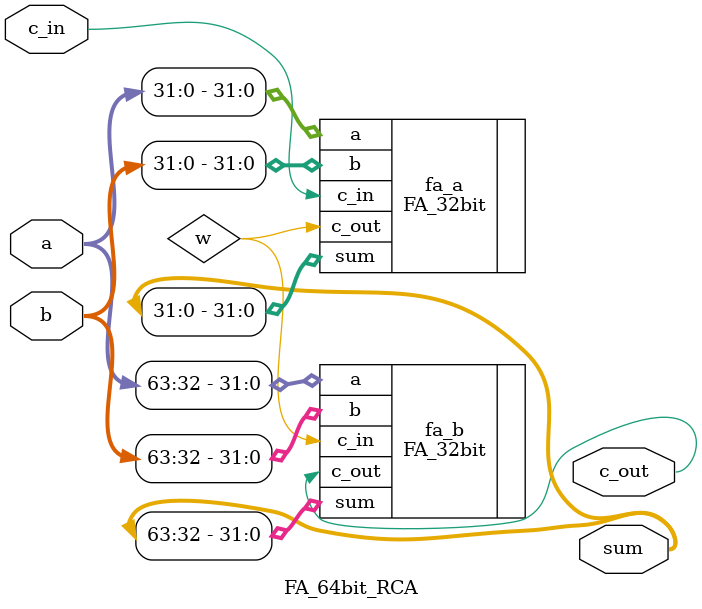
<source format=v>
`timescale 1ns / 1ps


module FA_64bit_RCA(
    input [63:0] a,
    input [63:0] b,
    input c_in,
    output [63:0] sum,
    output c_out
    );
    wire w;
    //  computes the first 32-bits of the sum
    FA_32bit fa_a(
        .a(a[31:0]),
        .b(b[31:0]),
        .c_in(c_in),
        .sum(sum[31:0]),
        .c_out(w)
    );
    //  computes the second 32-bits of the sum
    FA_32bit fa_b(
        .a(a[63:32]),
        .b(b[63:32]),
        .c_in(w),
        .sum(sum[63:32]),
        .c_out(c_out)
    );
endmodule

</source>
